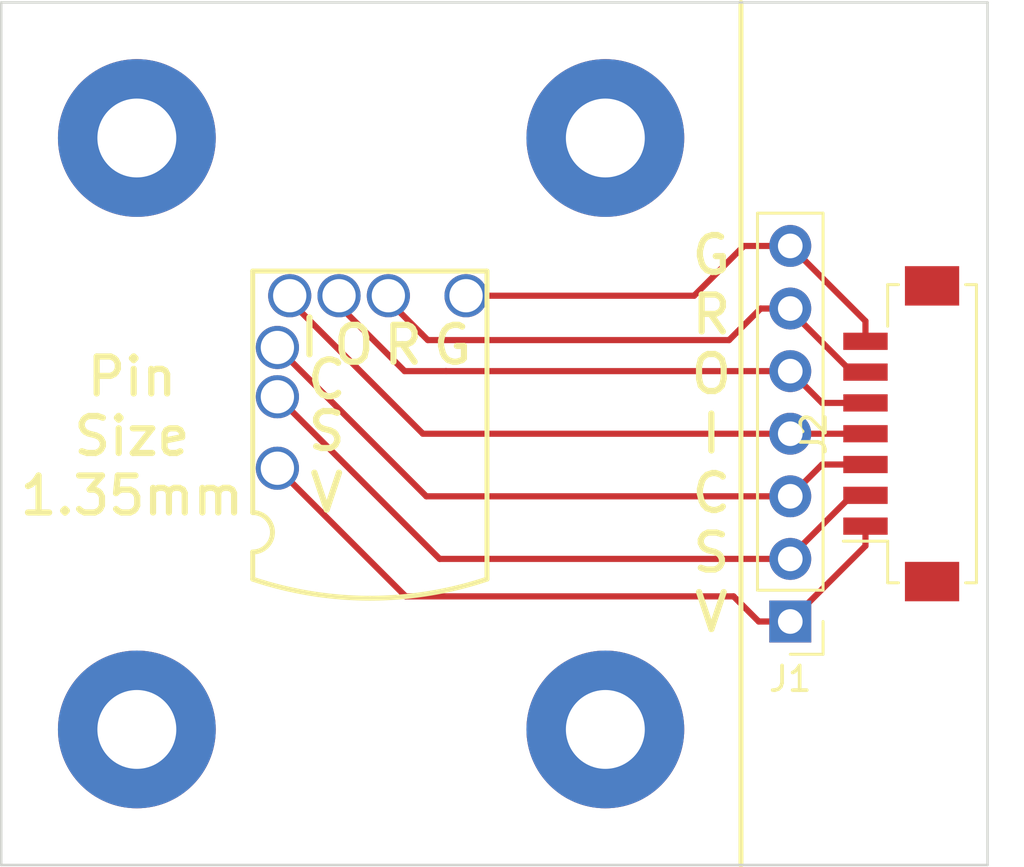
<source format=kicad_pcb>
(kicad_pcb (version 20171130) (host pcbnew 5.1.4+dfsg1-1)

  (general
    (thickness 1.6)
    (drawings 14)
    (tracks 39)
    (zones 0)
    (modules 13)
    (nets 8)
  )

  (page A4)
  (layers
    (0 F.Cu signal)
    (31 B.Cu signal)
    (32 B.Adhes user)
    (33 F.Adhes user)
    (34 B.Paste user)
    (35 F.Paste user)
    (36 B.SilkS user)
    (37 F.SilkS user)
    (38 B.Mask user)
    (39 F.Mask user)
    (40 Dwgs.User user)
    (41 Cmts.User user)
    (42 Eco1.User user)
    (43 Eco2.User user)
    (44 Edge.Cuts user)
    (45 Margin user)
    (46 B.CrtYd user)
    (47 F.CrtYd user)
    (48 B.Fab user)
    (49 F.Fab user)
  )

  (setup
    (last_trace_width 0.25)
    (trace_clearance 0.2)
    (zone_clearance 0.508)
    (zone_45_only no)
    (trace_min 0.2)
    (via_size 0.8)
    (via_drill 0.4)
    (via_min_size 0.4)
    (via_min_drill 0.3)
    (uvia_size 0.3)
    (uvia_drill 0.1)
    (uvias_allowed no)
    (uvia_min_size 0.2)
    (uvia_min_drill 0.1)
    (edge_width 0.05)
    (segment_width 0.2)
    (pcb_text_width 0.3)
    (pcb_text_size 1.5 1.5)
    (mod_edge_width 0.12)
    (mod_text_size 1 1)
    (mod_text_width 0.15)
    (pad_size 1.7 1.7)
    (pad_drill 1)
    (pad_to_mask_clearance 0.051)
    (solder_mask_min_width 0.25)
    (aux_axis_origin 0 0)
    (grid_origin -110.2 -75.7)
    (visible_elements FFFFFF7F)
    (pcbplotparams
      (layerselection 0x010fc_ffffffff)
      (usegerberextensions false)
      (usegerberattributes false)
      (usegerberadvancedattributes false)
      (creategerberjobfile false)
      (excludeedgelayer true)
      (linewidth 0.100000)
      (plotframeref false)
      (viasonmask false)
      (mode 1)
      (useauxorigin false)
      (hpglpennumber 1)
      (hpglpenspeed 20)
      (hpglpendiameter 15.000000)
      (psnegative false)
      (psa4output false)
      (plotreference true)
      (plotvalue true)
      (plotinvisibletext false)
      (padsonsilk false)
      (subtractmaskfromsilk false)
      (outputformat 1)
      (mirror false)
      (drillshape 0)
      (scaleselection 1)
      (outputdirectory ""))
  )

  (net 0 "")
  (net 1 "Net-(J1-Pad7)")
  (net 2 "Net-(J1-Pad6)")
  (net 3 "Net-(J1-Pad5)")
  (net 4 "Net-(J1-Pad4)")
  (net 5 "Net-(J1-Pad3)")
  (net 6 "Net-(J1-Pad2)")
  (net 7 "Net-(J1-Pad1)")

  (net_class Default "This is the default net class."
    (clearance 0.2)
    (trace_width 0.25)
    (via_dia 0.8)
    (via_drill 0.4)
    (uvia_dia 0.3)
    (uvia_drill 0.1)
    (add_net "Net-(J1-Pad1)")
    (add_net "Net-(J1-Pad2)")
    (add_net "Net-(J1-Pad3)")
    (add_net "Net-(J1-Pad4)")
    (add_net "Net-(J1-Pad5)")
    (add_net "Net-(J1-Pad6)")
    (add_net "Net-(J1-Pad7)")
  )

  (module pogopins:PogoPin_1.37mm (layer F.Cu) (tedit 5D79841F) (tstamp 5D7A0101)
    (at -99 -91.8)
    (path /5D7A0340)
    (fp_text reference V (at 2 1) (layer F.SilkS)
      (effects (font (size 1.5 1.5) (thickness 0.25)))
    )
    (fp_text value TestPoint_Probe (at 0 2.05) (layer F.Fab)
      (effects (font (size 1 1) (thickness 0.15)))
    )
    (fp_text user %R (at 0 -2) (layer F.Fab)
      (effects (font (size 1 1) (thickness 0.15)))
    )
    (pad 1 thru_hole circle (at 0 0) (size 1.75 1.75) (drill 1.35) (layers *.Cu *.Mask)
      (net 7 "Net-(J1-Pad1)"))
  )

  (module pogopins:PogoPin_1.37mm (layer F.Cu) (tedit 5D79841F) (tstamp 5D79D23F)
    (at -99 -94.7)
    (path /5D7A0105)
    (fp_text reference S (at 2 1.4) (layer F.SilkS)
      (effects (font (size 1.5 1.5) (thickness 0.25)))
    )
    (fp_text value TestPoint_Probe (at 0 2.05) (layer F.Fab)
      (effects (font (size 1 1) (thickness 0.15)))
    )
    (fp_text user %R (at 0 -2) (layer F.Fab)
      (effects (font (size 1 1) (thickness 0.15)))
    )
    (pad 1 thru_hole circle (at 0 0) (size 1.75 1.75) (drill 1.35) (layers *.Cu *.Mask)
      (net 6 "Net-(J1-Pad2)"))
  )

  (module pogopins:PogoPin_1.37mm (layer F.Cu) (tedit 5D79841F) (tstamp 5D79D22F)
    (at -98.5 -98.8)
    (path /5D79F8F2)
    (fp_text reference I (at 0.8 1.7) (layer F.SilkS)
      (effects (font (size 1.5 1.5) (thickness 0.25)))
    )
    (fp_text value TestPoint_Probe (at 0 2.05) (layer F.Fab)
      (effects (font (size 1 1) (thickness 0.15)))
    )
    (fp_text user %R (at 0 -2) (layer F.Fab)
      (effects (font (size 1 1) (thickness 0.15)))
    )
    (pad 1 thru_hole circle (at 0 0) (size 1.75 1.75) (drill 1.35) (layers *.Cu *.Mask)
      (net 4 "Net-(J1-Pad4)"))
  )

  (module pogopins:PogoPin_1.37mm (layer F.Cu) (tedit 5D79841F) (tstamp 5D79D227)
    (at -96.5 -98.8)
    (path /5D79F465)
    (fp_text reference O (at 0.6 2) (layer F.SilkS)
      (effects (font (size 1.5 1.5) (thickness 0.25)))
    )
    (fp_text value TestPoint_Probe (at 0 2.05) (layer F.Fab)
      (effects (font (size 1 1) (thickness 0.15)))
    )
    (fp_text user %R (at 0 -2) (layer F.Fab)
      (effects (font (size 1 1) (thickness 0.15)))
    )
    (pad 1 thru_hole circle (at 0 0) (size 1.75 1.75) (drill 1.35) (layers *.Cu *.Mask)
      (net 3 "Net-(J1-Pad5)"))
  )

  (module pogopins:PogoPin_1.37mm (layer F.Cu) (tedit 5D79841F) (tstamp 5D79D21F)
    (at -94.5 -98.8)
    (path /5D79F1B2)
    (fp_text reference R (at 0.6 2) (layer F.SilkS)
      (effects (font (size 1.5 1.5) (thickness 0.25)))
    )
    (fp_text value TestPoint_Probe (at 0 2.05) (layer F.Fab)
      (effects (font (size 1 1) (thickness 0.15)))
    )
    (fp_text user %R (at 0 -2) (layer F.Fab)
      (effects (font (size 1 1) (thickness 0.15)))
    )
    (pad 1 thru_hole circle (at 0 0) (size 1.75 1.75) (drill 1.35) (layers *.Cu *.Mask)
      (net 2 "Net-(J1-Pad6)"))
  )

  (module pogopins:PogoPin_1.37mm (layer F.Cu) (tedit 5D79841F) (tstamp 5D79D217)
    (at -91.35 -98.8)
    (path /5D796654)
    (fp_text reference G (at -0.55 2) (layer F.SilkS)
      (effects (font (size 1.5 1.5) (thickness 0.25)))
    )
    (fp_text value TestPoint_Probe (at 0 2.05) (layer F.Fab)
      (effects (font (size 1 1) (thickness 0.15)))
    )
    (fp_text user %R (at 0 -2) (layer F.Fab)
      (effects (font (size 1 1) (thickness 0.15)))
    )
    (pad 1 thru_hole circle (at 0 0) (size 1.75 1.75) (drill 1.35) (layers *.Cu *.Mask)
      (net 1 "Net-(J1-Pad7)"))
  )

  (module pogopins:PogoPin_1.37mm (layer F.Cu) (tedit 5D79841F) (tstamp 5D79EAA2)
    (at -99 -96.7)
    (path /5D79FC4B)
    (fp_text reference C (at 2 1.3) (layer F.SilkS)
      (effects (font (size 1.5 1.5) (thickness 0.25)))
    )
    (fp_text value TestPoint_Probe (at 0 2.05) (layer F.Fab)
      (effects (font (size 1 1) (thickness 0.15)))
    )
    (fp_text user %R (at 0 -2) (layer F.Fab)
      (effects (font (size 1 1) (thickness 0.15)))
    )
    (pad 1 thru_hole circle (at 0 0) (size 1.75 1.75) (drill 1.35) (layers *.Cu *.Mask)
      (net 5 "Net-(J1-Pad3)"))
  )

  (module Connector_Hirose:Hirose_DF13C_CL535-0407-6-51_1x07-1MP_P1.25mm_Vertical (layer F.Cu) (tedit 5AA484DC) (tstamp 5D79FC8E)
    (at -73.7 -93.2 90)
    (descr "Molex DF13C SMD, CL535-0407-6-51, 7 Pins per row (https://www.hirose.com/product/en/products/DF13/DF13C-10P-1.25V%2851%29/), generated with kicad-footprint-generator")
    (tags "connector Hirose DF13C side entry")
    (path /5D7997B3)
    (attr smd)
    (fp_text reference J2 (at 0 -3.55 90) (layer F.SilkS)
      (effects (font (size 1 1) (thickness 0.15)))
    )
    (fp_text value Conn_01x07_Male (at 0 4.15 90) (layer F.Fab)
      (effects (font (size 1 1) (thickness 0.15)))
    )
    (fp_text user %R (at 0 2.25 90) (layer F.Fab)
      (effects (font (size 1 1) (thickness 0.15)))
    )
    (fp_text user KEEPOUT (at 0 0.735 90) (layer Cmts.User)
      (effects (font (size 1 1) (thickness 0.15)))
    )
    (fp_line (start 7.3 -2.85) (end -7.3 -2.85) (layer F.CrtYd) (width 0.05))
    (fp_line (start 7.3 3.45) (end 7.3 -2.85) (layer F.CrtYd) (width 0.05))
    (fp_line (start -7.3 3.45) (end 7.3 3.45) (layer F.CrtYd) (width 0.05))
    (fp_line (start -7.3 -2.85) (end -7.3 3.45) (layer F.CrtYd) (width 0.05))
    (fp_line (start 4.1 1.249495) (end 3.429495 1.92) (layer Dwgs.User) (width 0.1))
    (fp_line (start 4.1 -0.164719) (end 2.015281 1.92) (layer Dwgs.User) (width 0.1))
    (fp_line (start 2.971068 -0.45) (end 0.601068 1.92) (layer Dwgs.User) (width 0.1))
    (fp_line (start 1.556854 -0.45) (end -0.813146 1.92) (layer Dwgs.User) (width 0.1))
    (fp_line (start 0.142641 -0.45) (end -2.227359 1.92) (layer Dwgs.User) (width 0.1))
    (fp_line (start -1.271573 -0.45) (end -3.641573 1.92) (layer Dwgs.User) (width 0.1))
    (fp_line (start -2.685786 -0.45) (end -4.1 0.964214) (layer Dwgs.User) (width 0.1))
    (fp_line (start 4.1 -0.45) (end -4.1 -0.45) (layer Dwgs.User) (width 0.1))
    (fp_line (start 4.1 1.92) (end 4.1 -0.45) (layer Dwgs.User) (width 0.1))
    (fp_line (start -4.1 1.92) (end 4.1 1.92) (layer Dwgs.User) (width 0.1))
    (fp_line (start -4.1 -0.45) (end -4.1 1.92) (layer Dwgs.User) (width 0.1))
    (fp_line (start -3.75 0.257107) (end -3.25 -0.45) (layer F.Fab) (width 0.1))
    (fp_line (start -4.25 -0.45) (end -3.75 0.257107) (layer F.Fab) (width 0.1))
    (fp_line (start -4.36 -0.55) (end -4.36 -2.35) (layer F.SilkS) (width 0.12))
    (fp_line (start 6.05 3.05) (end 6.05 2.61) (layer F.SilkS) (width 0.12))
    (fp_line (start -6.05 3.05) (end 6.05 3.05) (layer F.SilkS) (width 0.12))
    (fp_line (start -6.05 2.61) (end -6.05 3.05) (layer F.SilkS) (width 0.12))
    (fp_line (start 6.05 -0.55) (end 6.05 -0.11) (layer F.SilkS) (width 0.12))
    (fp_line (start 4.36 -0.55) (end 6.05 -0.55) (layer F.SilkS) (width 0.12))
    (fp_line (start -6.05 -0.55) (end -6.05 -0.11) (layer F.SilkS) (width 0.12))
    (fp_line (start -4.36 -0.55) (end -6.05 -0.55) (layer F.SilkS) (width 0.12))
    (fp_line (start 5.95 -0.45) (end -5.95 -0.45) (layer F.Fab) (width 0.1))
    (fp_line (start 5.95 2.95) (end 5.95 -0.45) (layer F.Fab) (width 0.1))
    (fp_line (start -5.95 2.95) (end 5.95 2.95) (layer F.Fab) (width 0.1))
    (fp_line (start -5.95 -0.45) (end -5.95 2.95) (layer F.Fab) (width 0.1))
    (pad 7 smd rect (at 3.75 -1.45 90) (size 0.7 1.8) (layers F.Cu F.Paste F.Mask)
      (net 1 "Net-(J1-Pad7)"))
    (pad 6 smd rect (at 2.5 -1.45 90) (size 0.7 1.8) (layers F.Cu F.Paste F.Mask)
      (net 2 "Net-(J1-Pad6)"))
    (pad 5 smd rect (at 1.25 -1.45 90) (size 0.7 1.8) (layers F.Cu F.Paste F.Mask)
      (net 3 "Net-(J1-Pad5)"))
    (pad 4 smd rect (at 0 -1.45 90) (size 0.7 1.8) (layers F.Cu F.Paste F.Mask)
      (net 4 "Net-(J1-Pad4)"))
    (pad 3 smd rect (at -1.25 -1.45 90) (size 0.7 1.8) (layers F.Cu F.Paste F.Mask)
      (net 5 "Net-(J1-Pad3)"))
    (pad 2 smd rect (at -2.5 -1.45 90) (size 0.7 1.8) (layers F.Cu F.Paste F.Mask)
      (net 6 "Net-(J1-Pad2)"))
    (pad 1 smd rect (at -3.75 -1.45 90) (size 0.7 1.8) (layers F.Cu F.Paste F.Mask)
      (net 7 "Net-(J1-Pad1)"))
    (pad MP smd rect (at -6 1.25 90) (size 1.6 2.2) (layers F.Cu F.Paste F.Mask))
    (pad MP smd rect (at 6 1.25 90) (size 1.6 2.2) (layers F.Cu F.Paste F.Mask))
    (model ${KISYS3DMOD}/Connector_Hirose.3dshapes/Hirose_DF13C_CL535-0407-6-51_1x07-1MP_P1.25mm_Vertical.wrl
      (at (xyz 0 0 0))
      (scale (xyz 1 1 1))
      (rotate (xyz 0 0 0))
    )
  )

  (module Connector_PinHeader_2.54mm:PinHeader_1x07_P2.54mm_Vertical (layer F.Cu) (tedit 59FED5CC) (tstamp 5D79FBE9)
    (at -78.2 -85.58 180)
    (descr "Through hole straight pin header, 1x07, 2.54mm pitch, single row")
    (tags "Through hole pin header THT 1x07 2.54mm single row")
    (path /5D798AC5)
    (fp_text reference J1 (at 0 -2.33) (layer F.SilkS)
      (effects (font (size 1 1) (thickness 0.15)))
    )
    (fp_text value Conn_01x07_Male (at 0 17.57) (layer F.Fab)
      (effects (font (size 1 1) (thickness 0.15)))
    )
    (fp_text user %R (at 0 7.62 90) (layer F.Fab)
      (effects (font (size 1 1) (thickness 0.15)))
    )
    (fp_line (start 1.8 -1.8) (end -1.8 -1.8) (layer F.CrtYd) (width 0.05))
    (fp_line (start 1.8 17.05) (end 1.8 -1.8) (layer F.CrtYd) (width 0.05))
    (fp_line (start -1.8 17.05) (end 1.8 17.05) (layer F.CrtYd) (width 0.05))
    (fp_line (start -1.8 -1.8) (end -1.8 17.05) (layer F.CrtYd) (width 0.05))
    (fp_line (start -1.33 -1.33) (end 0 -1.33) (layer F.SilkS) (width 0.12))
    (fp_line (start -1.33 0) (end -1.33 -1.33) (layer F.SilkS) (width 0.12))
    (fp_line (start -1.33 1.27) (end 1.33 1.27) (layer F.SilkS) (width 0.12))
    (fp_line (start 1.33 1.27) (end 1.33 16.57) (layer F.SilkS) (width 0.12))
    (fp_line (start -1.33 1.27) (end -1.33 16.57) (layer F.SilkS) (width 0.12))
    (fp_line (start -1.33 16.57) (end 1.33 16.57) (layer F.SilkS) (width 0.12))
    (fp_line (start -1.27 -0.635) (end -0.635 -1.27) (layer F.Fab) (width 0.1))
    (fp_line (start -1.27 16.51) (end -1.27 -0.635) (layer F.Fab) (width 0.1))
    (fp_line (start 1.27 16.51) (end -1.27 16.51) (layer F.Fab) (width 0.1))
    (fp_line (start 1.27 -1.27) (end 1.27 16.51) (layer F.Fab) (width 0.1))
    (fp_line (start -0.635 -1.27) (end 1.27 -1.27) (layer F.Fab) (width 0.1))
    (pad 7 thru_hole oval (at 0 15.24 180) (size 1.7 1.7) (drill 1) (layers *.Cu *.Mask)
      (net 1 "Net-(J1-Pad7)"))
    (pad 6 thru_hole oval (at 0 12.7 180) (size 1.7 1.7) (drill 1) (layers *.Cu *.Mask)
      (net 2 "Net-(J1-Pad6)"))
    (pad 5 thru_hole oval (at 0 10.16 180) (size 1.7 1.7) (drill 1) (layers *.Cu *.Mask)
      (net 3 "Net-(J1-Pad5)"))
    (pad 4 thru_hole oval (at 0 7.62 180) (size 1.7 1.7) (drill 1) (layers *.Cu *.Mask)
      (net 4 "Net-(J1-Pad4)"))
    (pad 3 thru_hole oval (at 0 5.08 180) (size 1.7 1.7) (drill 1) (layers *.Cu *.Mask)
      (net 5 "Net-(J1-Pad3)"))
    (pad 2 thru_hole oval (at 0 2.54 180) (size 1.7 1.7) (drill 1) (layers *.Cu *.Mask)
      (net 6 "Net-(J1-Pad2)"))
    (pad 1 thru_hole rect (at 0 0 180) (size 1.7 1.7) (drill 1) (layers *.Cu *.Mask)
      (net 7 "Net-(J1-Pad1)"))
    (model ${KISYS3DMOD}/Connector_PinHeader_2.54mm.3dshapes/PinHeader_1x07_P2.54mm_Vertical.wrl
      (at (xyz 0 0 0))
      (scale (xyz 1 1 1))
      (rotate (xyz 0 0 0))
    )
  )

  (module MountingHole:MountingHole_3.2mm_M3_Pad (layer F.Cu) (tedit 56D1B4CB) (tstamp 5D79D1C8)
    (at -85.7 -81.2)
    (descr "Mounting Hole 3.2mm, M3")
    (tags "mounting hole 3.2mm m3")
    (path /5D7A3E75)
    (attr virtual)
    (fp_text reference H4 (at 0 -4.2) (layer F.SilkS) hide
      (effects (font (size 1 1) (thickness 0.15)))
    )
    (fp_text value MountingHole (at 0 4.2) (layer F.Fab)
      (effects (font (size 1 1) (thickness 0.15)))
    )
    (fp_circle (center 0 0) (end 3.45 0) (layer F.CrtYd) (width 0.05))
    (fp_circle (center 0 0) (end 3.2 0) (layer Cmts.User) (width 0.15))
    (fp_text user %R (at 0.3 0) (layer F.Fab)
      (effects (font (size 1 1) (thickness 0.15)))
    )
    (pad 1 thru_hole circle (at 0 0) (size 6.4 6.4) (drill 3.2) (layers *.Cu *.Mask))
  )

  (module MountingHole:MountingHole_3.2mm_M3_Pad (layer F.Cu) (tedit 56D1B4CB) (tstamp 5D79D1C0)
    (at -104.7 -81.2)
    (descr "Mounting Hole 3.2mm, M3")
    (tags "mounting hole 3.2mm m3")
    (path /5D7A38A5)
    (attr virtual)
    (fp_text reference H3 (at 0 -4.2) (layer F.SilkS) hide
      (effects (font (size 1 1) (thickness 0.15)))
    )
    (fp_text value MountingHole (at 0 4.2) (layer F.Fab)
      (effects (font (size 1 1) (thickness 0.15)))
    )
    (fp_circle (center 0 0) (end 3.45 0) (layer F.CrtYd) (width 0.05))
    (fp_circle (center 0 0) (end 3.2 0) (layer Cmts.User) (width 0.15))
    (fp_text user %R (at 0.3 0) (layer F.Fab)
      (effects (font (size 1 1) (thickness 0.15)))
    )
    (pad 1 thru_hole circle (at 0 0) (size 6.4 6.4) (drill 3.2) (layers *.Cu *.Mask))
  )

  (module MountingHole:MountingHole_3.2mm_M3_Pad (layer F.Cu) (tedit 56D1B4CB) (tstamp 5D79D1B8)
    (at -85.7 -105.2)
    (descr "Mounting Hole 3.2mm, M3")
    (tags "mounting hole 3.2mm m3")
    (path /5D7A3B61)
    (attr virtual)
    (fp_text reference H2 (at 0 -4.2) (layer F.SilkS) hide
      (effects (font (size 1 1) (thickness 0.15)))
    )
    (fp_text value MountingHole (at 0 4.2) (layer F.Fab)
      (effects (font (size 1 1) (thickness 0.15)))
    )
    (fp_circle (center 0 0) (end 3.45 0) (layer F.CrtYd) (width 0.05))
    (fp_circle (center 0 0) (end 3.2 0) (layer Cmts.User) (width 0.15))
    (fp_text user %R (at 0.3 0) (layer F.Fab)
      (effects (font (size 1 1) (thickness 0.15)))
    )
    (pad 1 thru_hole circle (at 0 0) (size 6.4 6.4) (drill 3.2) (layers *.Cu *.Mask))
  )

  (module MountingHole:MountingHole_3.2mm_M3_Pad (layer F.Cu) (tedit 56D1B4CB) (tstamp 5D79D5F4)
    (at -104.7 -105.2)
    (descr "Mounting Hole 3.2mm, M3")
    (tags "mounting hole 3.2mm m3")
    (path /5D7A2A75)
    (attr virtual)
    (fp_text reference H1 (at 0 -4.2) (layer F.SilkS) hide
      (effects (font (size 1 1) (thickness 0.15)))
    )
    (fp_text value MountingHole (at 0 4.2) (layer F.Fab)
      (effects (font (size 1 1) (thickness 0.15)))
    )
    (fp_circle (center 0 0) (end 3.45 0) (layer F.CrtYd) (width 0.05))
    (fp_circle (center 0 0) (end 3.2 0) (layer Cmts.User) (width 0.15))
    (fp_text user %R (at 0.3 0) (layer F.Fab)
      (effects (font (size 1 1) (thickness 0.15)))
    )
    (pad 1 thru_hole circle (at 0 0) (size 6.4 6.4) (drill 3.2) (layers *.Cu *.Mask))
  )

  (gr_text "G\nR\nO\nI\nC\nS\nV" (at -81.4 -93.2) (layer F.SilkS)
    (effects (font (size 1.5 1.5) (thickness 0.25)))
  )
  (gr_text "Pin\nSize\n1.35mm" (at -104.9 -93.1) (layer F.SilkS)
    (effects (font (size 1.5 1.5) (thickness 0.25)))
  )
  (gr_line (start -100 -88.4) (end -100 -87.3) (layer F.SilkS) (width 0.2) (tstamp 5D7A0049))
  (gr_arc (start -100 -89.2) (end -100 -88.4) (angle -180) (layer F.SilkS) (width 0.2))
  (gr_line (start -100 -99.8) (end -100 -90) (layer F.SilkS) (width 0.2) (tstamp 5D7A0022))
  (gr_line (start -90.5 -99.8) (end -90.5 -87.3) (layer F.SilkS) (width 0.2))
  (gr_line (start -100 -99.8) (end -90.5 -99.8) (layer F.SilkS) (width 0.2) (tstamp 5D7A0008))
  (gr_arc (start -95.24043 -101.524855) (end -95.24043 -86.524855) (angle 18.5) (layer F.SilkS) (width 0.2) (tstamp 5D79FFE5))
  (gr_arc (start -95.25957 -101.524855) (end -95.25957 -86.524855) (angle -18.5) (layer F.SilkS) (width 0.2))
  (gr_line (start -80.2 -110.7) (end -80.2 -75.7) (layer F.SilkS) (width 0.2))
  (gr_line (start -70.2 -75.7) (end -110.2 -75.7) (layer Edge.Cuts) (width 0.1))
  (gr_line (start -70.2 -110.7) (end -70.2 -75.7) (layer Edge.Cuts) (width 0.1))
  (gr_line (start -110.2 -110.7) (end -70.2 -110.7) (layer Edge.Cuts) (width 0.1))
  (gr_line (start -110.2 -75.7) (end -110.2 -110.7) (layer Edge.Cuts) (width 0.1))

  (segment (start -75.15 -97.77) (end -75.15 -96.95) (width 0.25) (layer F.Cu) (net 1))
  (segment (start -78.2 -100.82) (end -75.15 -97.77) (width 0.25) (layer F.Cu) (net 1))
  (segment (start -91.35 -98.8) (end -82.1 -98.8) (width 0.25) (layer F.Cu) (net 1))
  (segment (start -80.08 -100.82) (end -78.2 -100.82) (width 0.25) (layer F.Cu) (net 1))
  (segment (start -82.1 -98.8) (end -80.08 -100.82) (width 0.25) (layer F.Cu) (net 1))
  (segment (start -78.2 -98.2) (end -78.2 -98.28) (width 0.25) (layer F.Cu) (net 2))
  (segment (start -75.7 -95.7) (end -78.2 -98.2) (width 0.25) (layer F.Cu) (net 2))
  (segment (start -75.15 -95.7) (end -75.7 -95.7) (width 0.25) (layer F.Cu) (net 2))
  (segment (start -93.15 -97.25) (end -94.7 -98.8) (width 0.25) (layer F.Cu) (net 2))
  (segment (start -80.682081 -97) (end -92.9 -97) (width 0.25) (layer F.Cu) (net 2))
  (segment (start -79.402081 -98.28) (end -80.682081 -97) (width 0.25) (layer F.Cu) (net 2))
  (segment (start -92.9 -97) (end -93.15 -97.25) (width 0.25) (layer F.Cu) (net 2))
  (segment (start -78.2 -98.28) (end -79.402081 -98.28) (width 0.25) (layer F.Cu) (net 2))
  (segment (start -76.91 -94.45) (end -78.2 -95.74) (width 0.25) (layer F.Cu) (net 3))
  (segment (start -75.15 -94.45) (end -76.91 -94.45) (width 0.25) (layer F.Cu) (net 3))
  (segment (start -96.5 -98.8) (end -96.5 -98.4) (width 0.25) (layer F.Cu) (net 3))
  (segment (start -78.2 -95.74) (end -92.16 -95.74) (width 0.25) (layer F.Cu) (net 3))
  (segment (start -93.84 -95.74) (end -92.16 -95.74) (width 0.25) (layer F.Cu) (net 3))
  (segment (start -96.5 -98.4) (end -93.84 -95.74) (width 0.25) (layer F.Cu) (net 3))
  (segment (start -75.15 -93.2) (end -78.2 -93.2) (width 0.25) (layer F.Cu) (net 4))
  (segment (start -98.3 -98.4) (end -98.3 -98.8) (width 0.25) (layer F.Cu) (net 4))
  (segment (start -78.2 -93.2) (end -93.1 -93.2) (width 0.25) (layer F.Cu) (net 4))
  (segment (start -93.1 -93.2) (end -98.3 -98.4) (width 0.25) (layer F.Cu) (net 4))
  (segment (start -76.91 -91.95) (end -78.2 -90.66) (width 0.25) (layer F.Cu) (net 5))
  (segment (start -75.15 -91.95) (end -76.91 -91.95) (width 0.25) (layer F.Cu) (net 5))
  (segment (start -92.96 -90.66) (end -99 -96.7) (width 0.25) (layer F.Cu) (net 5))
  (segment (start -78.2 -90.66) (end -92.96 -90.66) (width 0.25) (layer F.Cu) (net 5))
  (segment (start -78.2 -88.2) (end -78.2 -88.12) (width 0.25) (layer F.Cu) (net 6))
  (segment (start -75.7 -90.7) (end -78.2 -88.2) (width 0.25) (layer F.Cu) (net 6))
  (segment (start -75.15 -90.7) (end -75.7 -90.7) (width 0.25) (layer F.Cu) (net 6))
  (segment (start -92.42 -88.12) (end -99 -94.7) (width 0.25) (layer F.Cu) (net 6))
  (segment (start -78.2 -88.12) (end -92.42 -88.12) (width 0.25) (layer F.Cu) (net 6))
  (segment (start -78.2 -85.58) (end -78.2 -85.6) (width 0.25) (layer F.Cu) (net 7))
  (segment (start -75.15 -88.65) (end -75.15 -89.45) (width 0.25) (layer F.Cu) (net 7))
  (segment (start -78.2 -85.6) (end -75.15 -88.65) (width 0.25) (layer F.Cu) (net 7))
  (segment (start -79.48 -85.58) (end -78.2 -85.58) (width 0.25) (layer F.Cu) (net 7))
  (segment (start -80.5 -86.6) (end -79.48 -85.58) (width 0.25) (layer F.Cu) (net 7))
  (segment (start -99 -91.8) (end -93.8 -86.6) (width 0.25) (layer F.Cu) (net 7))
  (segment (start -93.8 -86.6) (end -80.5 -86.6) (width 0.25) (layer F.Cu) (net 7))

)

</source>
